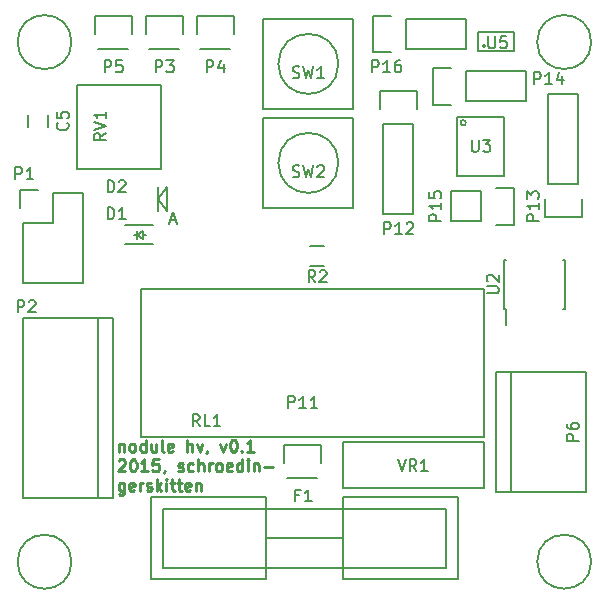
<source format=gto>
%TF.GenerationSoftware,KiCad,Pcbnew,0.201512191116+6384~39~ubuntu14.04.1-stable*%
%TF.CreationDate,2015-12-20T22:07:31+01:00*%
%TF.ProjectId,hv,68762E6B696361645F70636200000000,rev?*%
%TF.FileFunction,Legend,Top*%
%FSLAX46Y46*%
G04 Gerber Fmt 4.6, Leading zero omitted, Abs format (unit mm)*
G04 Created by KiCad (PCBNEW 0.201512191116+6384~39~ubuntu14.04.1-stable) date Son 20 Dez 2015 22:07:31 CET*
%MOMM*%
G01*
G04 APERTURE LIST*
%ADD10C,0.100000*%
%ADD11C,0.250000*%
%ADD12C,0.150000*%
G04 APERTURE END LIST*
D10*
D11*
X164322095Y-102021714D02*
X164322095Y-102688381D01*
X164322095Y-102116952D02*
X164369714Y-102069333D01*
X164464952Y-102021714D01*
X164607810Y-102021714D01*
X164703048Y-102069333D01*
X164750667Y-102164571D01*
X164750667Y-102688381D01*
X165369714Y-102688381D02*
X165274476Y-102640762D01*
X165226857Y-102593143D01*
X165179238Y-102497905D01*
X165179238Y-102212190D01*
X165226857Y-102116952D01*
X165274476Y-102069333D01*
X165369714Y-102021714D01*
X165512572Y-102021714D01*
X165607810Y-102069333D01*
X165655429Y-102116952D01*
X165703048Y-102212190D01*
X165703048Y-102497905D01*
X165655429Y-102593143D01*
X165607810Y-102640762D01*
X165512572Y-102688381D01*
X165369714Y-102688381D01*
X166560191Y-102688381D02*
X166560191Y-101688381D01*
X166560191Y-102640762D02*
X166464953Y-102688381D01*
X166274476Y-102688381D01*
X166179238Y-102640762D01*
X166131619Y-102593143D01*
X166084000Y-102497905D01*
X166084000Y-102212190D01*
X166131619Y-102116952D01*
X166179238Y-102069333D01*
X166274476Y-102021714D01*
X166464953Y-102021714D01*
X166560191Y-102069333D01*
X167464953Y-102021714D02*
X167464953Y-102688381D01*
X167036381Y-102021714D02*
X167036381Y-102545524D01*
X167084000Y-102640762D01*
X167179238Y-102688381D01*
X167322096Y-102688381D01*
X167417334Y-102640762D01*
X167464953Y-102593143D01*
X168084000Y-102688381D02*
X167988762Y-102640762D01*
X167941143Y-102545524D01*
X167941143Y-101688381D01*
X168845906Y-102640762D02*
X168750668Y-102688381D01*
X168560191Y-102688381D01*
X168464953Y-102640762D01*
X168417334Y-102545524D01*
X168417334Y-102164571D01*
X168464953Y-102069333D01*
X168560191Y-102021714D01*
X168750668Y-102021714D01*
X168845906Y-102069333D01*
X168893525Y-102164571D01*
X168893525Y-102259810D01*
X168417334Y-102355048D01*
X170084001Y-102688381D02*
X170084001Y-101688381D01*
X170512573Y-102688381D02*
X170512573Y-102164571D01*
X170464954Y-102069333D01*
X170369716Y-102021714D01*
X170226858Y-102021714D01*
X170131620Y-102069333D01*
X170084001Y-102116952D01*
X170893525Y-102021714D02*
X171131620Y-102688381D01*
X171369716Y-102021714D01*
X171798287Y-102640762D02*
X171798287Y-102688381D01*
X171750668Y-102783619D01*
X171703049Y-102831238D01*
X172893525Y-102021714D02*
X173131620Y-102688381D01*
X173369716Y-102021714D01*
X173941144Y-101688381D02*
X174036383Y-101688381D01*
X174131621Y-101736000D01*
X174179240Y-101783619D01*
X174226859Y-101878857D01*
X174274478Y-102069333D01*
X174274478Y-102307429D01*
X174226859Y-102497905D01*
X174179240Y-102593143D01*
X174131621Y-102640762D01*
X174036383Y-102688381D01*
X173941144Y-102688381D01*
X173845906Y-102640762D01*
X173798287Y-102593143D01*
X173750668Y-102497905D01*
X173703049Y-102307429D01*
X173703049Y-102069333D01*
X173750668Y-101878857D01*
X173798287Y-101783619D01*
X173845906Y-101736000D01*
X173941144Y-101688381D01*
X174703049Y-102593143D02*
X174750668Y-102640762D01*
X174703049Y-102688381D01*
X174655430Y-102640762D01*
X174703049Y-102593143D01*
X174703049Y-102688381D01*
X175703049Y-102688381D02*
X175131620Y-102688381D01*
X175417334Y-102688381D02*
X175417334Y-101688381D01*
X175322096Y-101831238D01*
X175226858Y-101926476D01*
X175131620Y-101974095D01*
X164274476Y-103433619D02*
X164322095Y-103386000D01*
X164417333Y-103338381D01*
X164655429Y-103338381D01*
X164750667Y-103386000D01*
X164798286Y-103433619D01*
X164845905Y-103528857D01*
X164845905Y-103624095D01*
X164798286Y-103766952D01*
X164226857Y-104338381D01*
X164845905Y-104338381D01*
X165464952Y-103338381D02*
X165560191Y-103338381D01*
X165655429Y-103386000D01*
X165703048Y-103433619D01*
X165750667Y-103528857D01*
X165798286Y-103719333D01*
X165798286Y-103957429D01*
X165750667Y-104147905D01*
X165703048Y-104243143D01*
X165655429Y-104290762D01*
X165560191Y-104338381D01*
X165464952Y-104338381D01*
X165369714Y-104290762D01*
X165322095Y-104243143D01*
X165274476Y-104147905D01*
X165226857Y-103957429D01*
X165226857Y-103719333D01*
X165274476Y-103528857D01*
X165322095Y-103433619D01*
X165369714Y-103386000D01*
X165464952Y-103338381D01*
X166750667Y-104338381D02*
X166179238Y-104338381D01*
X166464952Y-104338381D02*
X166464952Y-103338381D01*
X166369714Y-103481238D01*
X166274476Y-103576476D01*
X166179238Y-103624095D01*
X167655429Y-103338381D02*
X167179238Y-103338381D01*
X167131619Y-103814571D01*
X167179238Y-103766952D01*
X167274476Y-103719333D01*
X167512572Y-103719333D01*
X167607810Y-103766952D01*
X167655429Y-103814571D01*
X167703048Y-103909810D01*
X167703048Y-104147905D01*
X167655429Y-104243143D01*
X167607810Y-104290762D01*
X167512572Y-104338381D01*
X167274476Y-104338381D01*
X167179238Y-104290762D01*
X167131619Y-104243143D01*
X168179238Y-104290762D02*
X168179238Y-104338381D01*
X168131619Y-104433619D01*
X168084000Y-104481238D01*
X169322095Y-104290762D02*
X169417333Y-104338381D01*
X169607809Y-104338381D01*
X169703048Y-104290762D01*
X169750667Y-104195524D01*
X169750667Y-104147905D01*
X169703048Y-104052667D01*
X169607809Y-104005048D01*
X169464952Y-104005048D01*
X169369714Y-103957429D01*
X169322095Y-103862190D01*
X169322095Y-103814571D01*
X169369714Y-103719333D01*
X169464952Y-103671714D01*
X169607809Y-103671714D01*
X169703048Y-103719333D01*
X170607810Y-104290762D02*
X170512572Y-104338381D01*
X170322095Y-104338381D01*
X170226857Y-104290762D01*
X170179238Y-104243143D01*
X170131619Y-104147905D01*
X170131619Y-103862190D01*
X170179238Y-103766952D01*
X170226857Y-103719333D01*
X170322095Y-103671714D01*
X170512572Y-103671714D01*
X170607810Y-103719333D01*
X171036381Y-104338381D02*
X171036381Y-103338381D01*
X171464953Y-104338381D02*
X171464953Y-103814571D01*
X171417334Y-103719333D01*
X171322096Y-103671714D01*
X171179238Y-103671714D01*
X171084000Y-103719333D01*
X171036381Y-103766952D01*
X171941143Y-104338381D02*
X171941143Y-103671714D01*
X171941143Y-103862190D02*
X171988762Y-103766952D01*
X172036381Y-103719333D01*
X172131619Y-103671714D01*
X172226858Y-103671714D01*
X172703048Y-104338381D02*
X172607810Y-104290762D01*
X172560191Y-104243143D01*
X172512572Y-104147905D01*
X172512572Y-103862190D01*
X172560191Y-103766952D01*
X172607810Y-103719333D01*
X172703048Y-103671714D01*
X172845906Y-103671714D01*
X172941144Y-103719333D01*
X172988763Y-103766952D01*
X173036382Y-103862190D01*
X173036382Y-104147905D01*
X172988763Y-104243143D01*
X172941144Y-104290762D01*
X172845906Y-104338381D01*
X172703048Y-104338381D01*
X173845906Y-104290762D02*
X173750668Y-104338381D01*
X173560191Y-104338381D01*
X173464953Y-104290762D01*
X173417334Y-104195524D01*
X173417334Y-103814571D01*
X173464953Y-103719333D01*
X173560191Y-103671714D01*
X173750668Y-103671714D01*
X173845906Y-103719333D01*
X173893525Y-103814571D01*
X173893525Y-103909810D01*
X173417334Y-104005048D01*
X174750668Y-104338381D02*
X174750668Y-103338381D01*
X174750668Y-104290762D02*
X174655430Y-104338381D01*
X174464953Y-104338381D01*
X174369715Y-104290762D01*
X174322096Y-104243143D01*
X174274477Y-104147905D01*
X174274477Y-103862190D01*
X174322096Y-103766952D01*
X174369715Y-103719333D01*
X174464953Y-103671714D01*
X174655430Y-103671714D01*
X174750668Y-103719333D01*
X175226858Y-104338381D02*
X175226858Y-103671714D01*
X175226858Y-103338381D02*
X175179239Y-103386000D01*
X175226858Y-103433619D01*
X175274477Y-103386000D01*
X175226858Y-103338381D01*
X175226858Y-103433619D01*
X175703048Y-103671714D02*
X175703048Y-104338381D01*
X175703048Y-103766952D02*
X175750667Y-103719333D01*
X175845905Y-103671714D01*
X175988763Y-103671714D01*
X176084001Y-103719333D01*
X176131620Y-103814571D01*
X176131620Y-104338381D01*
X176607810Y-103957429D02*
X177369715Y-103957429D01*
X164750667Y-105321714D02*
X164750667Y-106131238D01*
X164703048Y-106226476D01*
X164655429Y-106274095D01*
X164560190Y-106321714D01*
X164417333Y-106321714D01*
X164322095Y-106274095D01*
X164750667Y-105940762D02*
X164655429Y-105988381D01*
X164464952Y-105988381D01*
X164369714Y-105940762D01*
X164322095Y-105893143D01*
X164274476Y-105797905D01*
X164274476Y-105512190D01*
X164322095Y-105416952D01*
X164369714Y-105369333D01*
X164464952Y-105321714D01*
X164655429Y-105321714D01*
X164750667Y-105369333D01*
X165607810Y-105940762D02*
X165512572Y-105988381D01*
X165322095Y-105988381D01*
X165226857Y-105940762D01*
X165179238Y-105845524D01*
X165179238Y-105464571D01*
X165226857Y-105369333D01*
X165322095Y-105321714D01*
X165512572Y-105321714D01*
X165607810Y-105369333D01*
X165655429Y-105464571D01*
X165655429Y-105559810D01*
X165179238Y-105655048D01*
X166084000Y-105988381D02*
X166084000Y-105321714D01*
X166084000Y-105512190D02*
X166131619Y-105416952D01*
X166179238Y-105369333D01*
X166274476Y-105321714D01*
X166369715Y-105321714D01*
X166655429Y-105940762D02*
X166750667Y-105988381D01*
X166941143Y-105988381D01*
X167036382Y-105940762D01*
X167084001Y-105845524D01*
X167084001Y-105797905D01*
X167036382Y-105702667D01*
X166941143Y-105655048D01*
X166798286Y-105655048D01*
X166703048Y-105607429D01*
X166655429Y-105512190D01*
X166655429Y-105464571D01*
X166703048Y-105369333D01*
X166798286Y-105321714D01*
X166941143Y-105321714D01*
X167036382Y-105369333D01*
X167512572Y-105988381D02*
X167512572Y-104988381D01*
X167607810Y-105607429D02*
X167893525Y-105988381D01*
X167893525Y-105321714D02*
X167512572Y-105702667D01*
X168322096Y-105988381D02*
X168322096Y-105321714D01*
X168322096Y-104988381D02*
X168274477Y-105036000D01*
X168322096Y-105083619D01*
X168369715Y-105036000D01*
X168322096Y-104988381D01*
X168322096Y-105083619D01*
X168655429Y-105321714D02*
X169036381Y-105321714D01*
X168798286Y-104988381D02*
X168798286Y-105845524D01*
X168845905Y-105940762D01*
X168941143Y-105988381D01*
X169036381Y-105988381D01*
X169226858Y-105321714D02*
X169607810Y-105321714D01*
X169369715Y-104988381D02*
X169369715Y-105845524D01*
X169417334Y-105940762D01*
X169512572Y-105988381D01*
X169607810Y-105988381D01*
X170322097Y-105940762D02*
X170226859Y-105988381D01*
X170036382Y-105988381D01*
X169941144Y-105940762D01*
X169893525Y-105845524D01*
X169893525Y-105464571D01*
X169941144Y-105369333D01*
X170036382Y-105321714D01*
X170226859Y-105321714D01*
X170322097Y-105369333D01*
X170369716Y-105464571D01*
X170369716Y-105559810D01*
X169893525Y-105655048D01*
X170798287Y-105321714D02*
X170798287Y-105988381D01*
X170798287Y-105416952D02*
X170845906Y-105369333D01*
X170941144Y-105321714D01*
X171084002Y-105321714D01*
X171179240Y-105369333D01*
X171226859Y-105464571D01*
X171226859Y-105988381D01*
D12*
X166366000Y-84328000D02*
X166616000Y-84328000D01*
X165866000Y-84328000D02*
X165616000Y-84328000D01*
X165866000Y-84328000D02*
X166366000Y-83978000D01*
X166366000Y-83978000D02*
X166366000Y-84678000D01*
X166366000Y-84678000D02*
X165866000Y-84328000D01*
X165866000Y-83978000D02*
X165866000Y-84678000D01*
X164816000Y-85128000D02*
X167216000Y-85128000D01*
X164816000Y-83528000D02*
X167216000Y-83528000D01*
X176748800Y-110000000D02*
X183251200Y-110000000D01*
X176748800Y-113500120D02*
X176748800Y-106499880D01*
X168001040Y-106499880D02*
X176748800Y-106499880D01*
X168001040Y-113500120D02*
X176748800Y-113500120D01*
X190749280Y-107500640D02*
X191998960Y-107500640D01*
X190500360Y-112499360D02*
X191998960Y-112499360D01*
X178498860Y-107500640D02*
X190749280Y-107500640D01*
X178750320Y-112499360D02*
X190500360Y-112499360D01*
X168001040Y-107500640D02*
X178498860Y-107500640D01*
X168001040Y-112499360D02*
X178750320Y-112499360D01*
X168001040Y-112499360D02*
X168001040Y-107500640D01*
X167000280Y-113500120D02*
X168001040Y-113500120D01*
X167000280Y-113500120D02*
X167000280Y-106499880D01*
X167000280Y-106499880D02*
X168001040Y-106499880D01*
X191998960Y-112499360D02*
X191998960Y-107500640D01*
X183251200Y-113500120D02*
X192999720Y-113500120D01*
X192999720Y-113500120D02*
X192999720Y-106499880D01*
X183251200Y-106499880D02*
X192999720Y-106499880D01*
X183251200Y-113500120D02*
X183251200Y-106499880D01*
X156210000Y-83312000D02*
X156210000Y-88392000D01*
X155930000Y-80492000D02*
X157480000Y-80492000D01*
X158750000Y-80772000D02*
X158750000Y-83312000D01*
X158750000Y-83312000D02*
X156210000Y-83312000D01*
X156210000Y-88392000D02*
X161290000Y-88392000D01*
X161290000Y-88392000D02*
X161290000Y-83312000D01*
X155930000Y-80492000D02*
X155930000Y-82042000D01*
X161290000Y-80772000D02*
X158750000Y-80772000D01*
X161290000Y-83312000D02*
X161290000Y-80772000D01*
X169698000Y-65760000D02*
X169698000Y-67310000D01*
X166598000Y-67310000D02*
X166598000Y-65760000D01*
X166598000Y-65760000D02*
X169698000Y-65760000D01*
X166878000Y-68580000D02*
X169418000Y-68580000D01*
X174016000Y-65760000D02*
X174016000Y-67310000D01*
X170916000Y-67310000D02*
X170916000Y-65760000D01*
X170916000Y-65760000D02*
X174016000Y-65760000D01*
X171196000Y-68580000D02*
X173736000Y-68580000D01*
X165380000Y-65760000D02*
X165380000Y-67310000D01*
X162280000Y-67310000D02*
X162280000Y-65760000D01*
X162280000Y-65760000D02*
X165380000Y-65760000D01*
X162560000Y-68580000D02*
X165100000Y-68580000D01*
X197460000Y-106080000D02*
X197460000Y-95920000D01*
X196190000Y-106080000D02*
X203810000Y-106080000D01*
X203810000Y-106080000D02*
X203810000Y-95920000D01*
X203810000Y-95920000D02*
X196190000Y-95920000D01*
X196190000Y-95920000D02*
X196190000Y-106080000D01*
X195200000Y-88900000D02*
X195200000Y-101400000D01*
X166200000Y-101400000D02*
X195200000Y-101400000D01*
X166200000Y-88900000D02*
X166200000Y-101400000D01*
X166200000Y-88900000D02*
X195200000Y-88900000D01*
X167894000Y-71628000D02*
X167894000Y-71882000D01*
X160782000Y-78486000D02*
X160782000Y-78740000D01*
X167894000Y-71882000D02*
X167894000Y-78740000D01*
X167894000Y-71628000D02*
X160782000Y-71628000D01*
X160782000Y-78486000D02*
X160782000Y-71628000D01*
X160782000Y-78740000D02*
X167894000Y-78740000D01*
X196925000Y-90575000D02*
X197070000Y-90575000D01*
X196925000Y-86425000D02*
X197070000Y-86425000D01*
X202075000Y-86425000D02*
X201930000Y-86425000D01*
X202075000Y-90575000D02*
X201930000Y-90575000D01*
X196925000Y-90575000D02*
X196925000Y-86425000D01*
X202075000Y-90575000D02*
X202075000Y-86425000D01*
X197070000Y-90575000D02*
X197070000Y-91975000D01*
X160286000Y-112000000D02*
G75*
G03X160286000Y-112000000I-2286000J0D01*
G01*
X160286000Y-68000000D02*
G75*
G03X160286000Y-68000000I-2286000J0D01*
G01*
X204286000Y-68000000D02*
G75*
G03X204286000Y-68000000I-2286000J0D01*
G01*
X204286000Y-112000000D02*
G75*
G03X204286000Y-112000000I-2286000J0D01*
G01*
X167640000Y-81280000D02*
X168402000Y-82296000D01*
X167640000Y-81280000D02*
X168402000Y-80264000D01*
X167640000Y-80264000D02*
X167640000Y-82296000D01*
X168402000Y-80264000D02*
X168402000Y-82296000D01*
X163810000Y-106620000D02*
X156190000Y-106620000D01*
X163810000Y-91380000D02*
X156190000Y-91380000D01*
X162540000Y-106620000D02*
X162540000Y-91380000D01*
X156190000Y-106620000D02*
X156190000Y-91380000D01*
X163810000Y-106620000D02*
X163810000Y-91380000D01*
X181702000Y-86981000D02*
X180502000Y-86981000D01*
X180502000Y-85231000D02*
X181702000Y-85231000D01*
X195250000Y-101850000D02*
X183250000Y-101850000D01*
X195250000Y-105750000D02*
X183250000Y-105750000D01*
X183250000Y-105750000D02*
X183250000Y-101850000D01*
X195250000Y-105750000D02*
X195250000Y-101850000D01*
X158330000Y-75176000D02*
X158330000Y-74176000D01*
X156630000Y-74176000D02*
X156630000Y-75176000D01*
X181382000Y-102082000D02*
X181382000Y-103632000D01*
X178282000Y-103632000D02*
X178282000Y-102082000D01*
X178282000Y-102082000D02*
X181382000Y-102082000D01*
X178562000Y-104902000D02*
X181102000Y-104902000D01*
X182880000Y-69850000D02*
G75*
G03X182880000Y-69850000I-2540000J0D01*
G01*
X184150000Y-73660000D02*
X176530000Y-73660000D01*
X176530000Y-73660000D02*
X176530000Y-66040000D01*
X176530000Y-66040000D02*
X184150000Y-66040000D01*
X184150000Y-73660000D02*
X184150000Y-66040000D01*
X182880000Y-78232000D02*
G75*
G03X182880000Y-78232000I-2540000J0D01*
G01*
X184150000Y-82042000D02*
X176530000Y-82042000D01*
X176530000Y-82042000D02*
X176530000Y-74422000D01*
X176530000Y-74422000D02*
X184150000Y-74422000D01*
X184150000Y-82042000D02*
X184150000Y-74422000D01*
X193668607Y-74835000D02*
G75*
G03X193668607Y-74835000I-223607J0D01*
G01*
X196945000Y-74335000D02*
X196945000Y-79335000D01*
X196945000Y-79335000D02*
X192945000Y-79335000D01*
X192945000Y-79335000D02*
X192945000Y-74335000D01*
X192945000Y-74335000D02*
X196945000Y-74335000D01*
X186690000Y-74930000D02*
X186690000Y-82550000D01*
X189230000Y-74930000D02*
X189230000Y-82550000D01*
X189510000Y-72110000D02*
X189510000Y-73660000D01*
X186690000Y-82550000D02*
X189230000Y-82550000D01*
X189230000Y-74930000D02*
X186690000Y-74930000D01*
X186410000Y-73660000D02*
X186410000Y-72110000D01*
X186410000Y-72110000D02*
X189510000Y-72110000D01*
X203200000Y-80010000D02*
X203200000Y-72390000D01*
X200660000Y-80010000D02*
X200660000Y-72390000D01*
X200380000Y-82830000D02*
X200380000Y-81280000D01*
X203200000Y-72390000D02*
X200660000Y-72390000D01*
X200660000Y-80010000D02*
X203200000Y-80010000D01*
X203480000Y-81280000D02*
X203480000Y-82830000D01*
X203480000Y-82830000D02*
X200380000Y-82830000D01*
X193675000Y-73025000D02*
X198755000Y-73025000D01*
X198755000Y-73025000D02*
X198755000Y-70485000D01*
X198755000Y-70485000D02*
X193675000Y-70485000D01*
X190855000Y-70205000D02*
X192405000Y-70205000D01*
X193675000Y-70485000D02*
X193675000Y-73025000D01*
X192405000Y-73305000D02*
X190855000Y-73305000D01*
X190855000Y-73305000D02*
X190855000Y-70205000D01*
X194945000Y-83185000D02*
X192405000Y-83185000D01*
X197765000Y-83465000D02*
X196215000Y-83465000D01*
X194945000Y-83185000D02*
X194945000Y-80645000D01*
X196215000Y-80365000D02*
X197765000Y-80365000D01*
X197765000Y-80365000D02*
X197765000Y-83465000D01*
X194945000Y-80645000D02*
X192405000Y-80645000D01*
X192405000Y-80645000D02*
X192405000Y-83185000D01*
X188595000Y-68580000D02*
X193675000Y-68580000D01*
X193675000Y-68580000D02*
X193675000Y-66040000D01*
X193675000Y-66040000D02*
X188595000Y-66040000D01*
X185775000Y-65760000D02*
X187325000Y-65760000D01*
X188595000Y-66040000D02*
X188595000Y-68580000D01*
X187325000Y-68860000D02*
X185775000Y-68860000D01*
X185775000Y-68860000D02*
X185775000Y-65760000D01*
X195356421Y-68345000D02*
G75*
G03X195356421Y-68345000I-141421J0D01*
G01*
X197715000Y-68745000D02*
X197715000Y-67145000D01*
X197715000Y-67145000D02*
X194715000Y-67145000D01*
X194715000Y-67145000D02*
X194715000Y-68745000D01*
X194715000Y-68745000D02*
X197715000Y-68745000D01*
X163345905Y-83002381D02*
X163345905Y-82002381D01*
X163584000Y-82002381D01*
X163726858Y-82050000D01*
X163822096Y-82145238D01*
X163869715Y-82240476D01*
X163917334Y-82430952D01*
X163917334Y-82573810D01*
X163869715Y-82764286D01*
X163822096Y-82859524D01*
X163726858Y-82954762D01*
X163584000Y-83002381D01*
X163345905Y-83002381D01*
X164869715Y-83002381D02*
X164298286Y-83002381D01*
X164584000Y-83002381D02*
X164584000Y-82002381D01*
X164488762Y-82145238D01*
X164393524Y-82240476D01*
X164298286Y-82288095D01*
X179568667Y-106371571D02*
X179235333Y-106371571D01*
X179235333Y-106895381D02*
X179235333Y-105895381D01*
X179711524Y-105895381D01*
X180616286Y-106895381D02*
X180044857Y-106895381D01*
X180330571Y-106895381D02*
X180330571Y-105895381D01*
X180235333Y-106038238D01*
X180140095Y-106133476D01*
X180044857Y-106181095D01*
X155529905Y-79617381D02*
X155529905Y-78617381D01*
X155910858Y-78617381D01*
X156006096Y-78665000D01*
X156053715Y-78712619D01*
X156101334Y-78807857D01*
X156101334Y-78950714D01*
X156053715Y-79045952D01*
X156006096Y-79093571D01*
X155910858Y-79141190D01*
X155529905Y-79141190D01*
X157053715Y-79617381D02*
X156482286Y-79617381D01*
X156768000Y-79617381D02*
X156768000Y-78617381D01*
X156672762Y-78760238D01*
X156577524Y-78855476D01*
X156482286Y-78903095D01*
X167409905Y-70556381D02*
X167409905Y-69556381D01*
X167790858Y-69556381D01*
X167886096Y-69604000D01*
X167933715Y-69651619D01*
X167981334Y-69746857D01*
X167981334Y-69889714D01*
X167933715Y-69984952D01*
X167886096Y-70032571D01*
X167790858Y-70080190D01*
X167409905Y-70080190D01*
X168314667Y-69556381D02*
X168933715Y-69556381D01*
X168600381Y-69937333D01*
X168743239Y-69937333D01*
X168838477Y-69984952D01*
X168886096Y-70032571D01*
X168933715Y-70127810D01*
X168933715Y-70365905D01*
X168886096Y-70461143D01*
X168838477Y-70508762D01*
X168743239Y-70556381D01*
X168457524Y-70556381D01*
X168362286Y-70508762D01*
X168314667Y-70461143D01*
X171727905Y-70556381D02*
X171727905Y-69556381D01*
X172108858Y-69556381D01*
X172204096Y-69604000D01*
X172251715Y-69651619D01*
X172299334Y-69746857D01*
X172299334Y-69889714D01*
X172251715Y-69984952D01*
X172204096Y-70032571D01*
X172108858Y-70080190D01*
X171727905Y-70080190D01*
X173156477Y-69889714D02*
X173156477Y-70556381D01*
X172918381Y-69508762D02*
X172680286Y-70223048D01*
X173299334Y-70223048D01*
X163091905Y-70556381D02*
X163091905Y-69556381D01*
X163472858Y-69556381D01*
X163568096Y-69604000D01*
X163615715Y-69651619D01*
X163663334Y-69746857D01*
X163663334Y-69889714D01*
X163615715Y-69984952D01*
X163568096Y-70032571D01*
X163472858Y-70080190D01*
X163091905Y-70080190D01*
X164568096Y-69556381D02*
X164091905Y-69556381D01*
X164044286Y-70032571D01*
X164091905Y-69984952D01*
X164187143Y-69937333D01*
X164425239Y-69937333D01*
X164520477Y-69984952D01*
X164568096Y-70032571D01*
X164615715Y-70127810D01*
X164615715Y-70365905D01*
X164568096Y-70461143D01*
X164520477Y-70508762D01*
X164425239Y-70556381D01*
X164187143Y-70556381D01*
X164091905Y-70508762D01*
X164044286Y-70461143D01*
X203214381Y-101752095D02*
X202214381Y-101752095D01*
X202214381Y-101371142D01*
X202262000Y-101275904D01*
X202309619Y-101228285D01*
X202404857Y-101180666D01*
X202547714Y-101180666D01*
X202642952Y-101228285D01*
X202690571Y-101275904D01*
X202738190Y-101371142D01*
X202738190Y-101752095D01*
X202214381Y-100323523D02*
X202214381Y-100514000D01*
X202262000Y-100609238D01*
X202309619Y-100656857D01*
X202452476Y-100752095D01*
X202642952Y-100799714D01*
X203023905Y-100799714D01*
X203119143Y-100752095D01*
X203166762Y-100704476D01*
X203214381Y-100609238D01*
X203214381Y-100418761D01*
X203166762Y-100323523D01*
X203119143Y-100275904D01*
X203023905Y-100228285D01*
X202785810Y-100228285D01*
X202690571Y-100275904D01*
X202642952Y-100323523D01*
X202595333Y-100418761D01*
X202595333Y-100609238D01*
X202642952Y-100704476D01*
X202690571Y-100752095D01*
X202785810Y-100799714D01*
X171132572Y-100528381D02*
X170799238Y-100052190D01*
X170561143Y-100528381D02*
X170561143Y-99528381D01*
X170942096Y-99528381D01*
X171037334Y-99576000D01*
X171084953Y-99623619D01*
X171132572Y-99718857D01*
X171132572Y-99861714D01*
X171084953Y-99956952D01*
X171037334Y-100004571D01*
X170942096Y-100052190D01*
X170561143Y-100052190D01*
X172037334Y-100528381D02*
X171561143Y-100528381D01*
X171561143Y-99528381D01*
X172894477Y-100528381D02*
X172323048Y-100528381D01*
X172608762Y-100528381D02*
X172608762Y-99528381D01*
X172513524Y-99671238D01*
X172418286Y-99766476D01*
X172323048Y-99814095D01*
X163198381Y-75704238D02*
X162722190Y-76037572D01*
X163198381Y-76275667D02*
X162198381Y-76275667D01*
X162198381Y-75894714D01*
X162246000Y-75799476D01*
X162293619Y-75751857D01*
X162388857Y-75704238D01*
X162531714Y-75704238D01*
X162626952Y-75751857D01*
X162674571Y-75799476D01*
X162722190Y-75894714D01*
X162722190Y-76275667D01*
X162198381Y-75418524D02*
X163198381Y-75085191D01*
X162198381Y-74751857D01*
X163198381Y-73894714D02*
X163198381Y-74466143D01*
X163198381Y-74180429D02*
X162198381Y-74180429D01*
X162341238Y-74275667D01*
X162436476Y-74370905D01*
X162484095Y-74466143D01*
X195452381Y-89261905D02*
X196261905Y-89261905D01*
X196357143Y-89214286D01*
X196404762Y-89166667D01*
X196452381Y-89071429D01*
X196452381Y-88880952D01*
X196404762Y-88785714D01*
X196357143Y-88738095D01*
X196261905Y-88690476D01*
X195452381Y-88690476D01*
X195547619Y-88261905D02*
X195500000Y-88214286D01*
X195452381Y-88119048D01*
X195452381Y-87880952D01*
X195500000Y-87785714D01*
X195547619Y-87738095D01*
X195642857Y-87690476D01*
X195738095Y-87690476D01*
X195880952Y-87738095D01*
X196452381Y-88309524D01*
X196452381Y-87690476D01*
X163345905Y-80716381D02*
X163345905Y-79716381D01*
X163584000Y-79716381D01*
X163726858Y-79764000D01*
X163822096Y-79859238D01*
X163869715Y-79954476D01*
X163917334Y-80144952D01*
X163917334Y-80287810D01*
X163869715Y-80478286D01*
X163822096Y-80573524D01*
X163726858Y-80668762D01*
X163584000Y-80716381D01*
X163345905Y-80716381D01*
X164298286Y-79811619D02*
X164345905Y-79764000D01*
X164441143Y-79716381D01*
X164679239Y-79716381D01*
X164774477Y-79764000D01*
X164822096Y-79811619D01*
X164869715Y-79906857D01*
X164869715Y-80002095D01*
X164822096Y-80144952D01*
X164250667Y-80716381D01*
X164869715Y-80716381D01*
X168671905Y-83097667D02*
X169148096Y-83097667D01*
X168576667Y-83383381D02*
X168910000Y-82383381D01*
X169243334Y-83383381D01*
X155725905Y-90876381D02*
X155725905Y-89876381D01*
X156106858Y-89876381D01*
X156202096Y-89924000D01*
X156249715Y-89971619D01*
X156297334Y-90066857D01*
X156297334Y-90209714D01*
X156249715Y-90304952D01*
X156202096Y-90352571D01*
X156106858Y-90400190D01*
X155725905Y-90400190D01*
X156678286Y-89971619D02*
X156725905Y-89924000D01*
X156821143Y-89876381D01*
X157059239Y-89876381D01*
X157154477Y-89924000D01*
X157202096Y-89971619D01*
X157249715Y-90066857D01*
X157249715Y-90162095D01*
X157202096Y-90304952D01*
X156630667Y-90876381D01*
X157249715Y-90876381D01*
X180935334Y-88336381D02*
X180602000Y-87860190D01*
X180363905Y-88336381D02*
X180363905Y-87336381D01*
X180744858Y-87336381D01*
X180840096Y-87384000D01*
X180887715Y-87431619D01*
X180935334Y-87526857D01*
X180935334Y-87669714D01*
X180887715Y-87764952D01*
X180840096Y-87812571D01*
X180744858Y-87860190D01*
X180363905Y-87860190D01*
X181316286Y-87431619D02*
X181363905Y-87384000D01*
X181459143Y-87336381D01*
X181697239Y-87336381D01*
X181792477Y-87384000D01*
X181840096Y-87431619D01*
X181887715Y-87526857D01*
X181887715Y-87622095D01*
X181840096Y-87764952D01*
X181268667Y-88336381D01*
X181887715Y-88336381D01*
X187920476Y-103338381D02*
X188253809Y-104338381D01*
X188587143Y-103338381D01*
X189491905Y-104338381D02*
X189158571Y-103862190D01*
X188920476Y-104338381D02*
X188920476Y-103338381D01*
X189301429Y-103338381D01*
X189396667Y-103386000D01*
X189444286Y-103433619D01*
X189491905Y-103528857D01*
X189491905Y-103671714D01*
X189444286Y-103766952D01*
X189396667Y-103814571D01*
X189301429Y-103862190D01*
X188920476Y-103862190D01*
X190444286Y-104338381D02*
X189872857Y-104338381D01*
X190158571Y-104338381D02*
X190158571Y-103338381D01*
X190063333Y-103481238D01*
X189968095Y-103576476D01*
X189872857Y-103624095D01*
X159937143Y-74842666D02*
X159984762Y-74890285D01*
X160032381Y-75033142D01*
X160032381Y-75128380D01*
X159984762Y-75271238D01*
X159889524Y-75366476D01*
X159794286Y-75414095D01*
X159603810Y-75461714D01*
X159460952Y-75461714D01*
X159270476Y-75414095D01*
X159175238Y-75366476D01*
X159080000Y-75271238D01*
X159032381Y-75128380D01*
X159032381Y-75033142D01*
X159080000Y-74890285D01*
X159127619Y-74842666D01*
X159032381Y-73937904D02*
X159032381Y-74414095D01*
X159508571Y-74461714D01*
X159460952Y-74414095D01*
X159413333Y-74318857D01*
X159413333Y-74080761D01*
X159460952Y-73985523D01*
X159508571Y-73937904D01*
X159603810Y-73890285D01*
X159841905Y-73890285D01*
X159937143Y-73937904D01*
X159984762Y-73985523D01*
X160032381Y-74080761D01*
X160032381Y-74318857D01*
X159984762Y-74414095D01*
X159937143Y-74461714D01*
X178617714Y-98984381D02*
X178617714Y-97984381D01*
X178998667Y-97984381D01*
X179093905Y-98032000D01*
X179141524Y-98079619D01*
X179189143Y-98174857D01*
X179189143Y-98317714D01*
X179141524Y-98412952D01*
X179093905Y-98460571D01*
X178998667Y-98508190D01*
X178617714Y-98508190D01*
X180141524Y-98984381D02*
X179570095Y-98984381D01*
X179855809Y-98984381D02*
X179855809Y-97984381D01*
X179760571Y-98127238D01*
X179665333Y-98222476D01*
X179570095Y-98270095D01*
X181093905Y-98984381D02*
X180522476Y-98984381D01*
X180808190Y-98984381D02*
X180808190Y-97984381D01*
X180712952Y-98127238D01*
X180617714Y-98222476D01*
X180522476Y-98270095D01*
X179006667Y-71016762D02*
X179149524Y-71064381D01*
X179387620Y-71064381D01*
X179482858Y-71016762D01*
X179530477Y-70969143D01*
X179578096Y-70873905D01*
X179578096Y-70778667D01*
X179530477Y-70683429D01*
X179482858Y-70635810D01*
X179387620Y-70588190D01*
X179197143Y-70540571D01*
X179101905Y-70492952D01*
X179054286Y-70445333D01*
X179006667Y-70350095D01*
X179006667Y-70254857D01*
X179054286Y-70159619D01*
X179101905Y-70112000D01*
X179197143Y-70064381D01*
X179435239Y-70064381D01*
X179578096Y-70112000D01*
X179911429Y-70064381D02*
X180149524Y-71064381D01*
X180340001Y-70350095D01*
X180530477Y-71064381D01*
X180768572Y-70064381D01*
X181673334Y-71064381D02*
X181101905Y-71064381D01*
X181387619Y-71064381D02*
X181387619Y-70064381D01*
X181292381Y-70207238D01*
X181197143Y-70302476D01*
X181101905Y-70350095D01*
X179006667Y-79398762D02*
X179149524Y-79446381D01*
X179387620Y-79446381D01*
X179482858Y-79398762D01*
X179530477Y-79351143D01*
X179578096Y-79255905D01*
X179578096Y-79160667D01*
X179530477Y-79065429D01*
X179482858Y-79017810D01*
X179387620Y-78970190D01*
X179197143Y-78922571D01*
X179101905Y-78874952D01*
X179054286Y-78827333D01*
X179006667Y-78732095D01*
X179006667Y-78636857D01*
X179054286Y-78541619D01*
X179101905Y-78494000D01*
X179197143Y-78446381D01*
X179435239Y-78446381D01*
X179578096Y-78494000D01*
X179911429Y-78446381D02*
X180149524Y-79446381D01*
X180340001Y-78732095D01*
X180530477Y-79446381D01*
X180768572Y-78446381D01*
X181101905Y-78541619D02*
X181149524Y-78494000D01*
X181244762Y-78446381D01*
X181482858Y-78446381D01*
X181578096Y-78494000D01*
X181625715Y-78541619D01*
X181673334Y-78636857D01*
X181673334Y-78732095D01*
X181625715Y-78874952D01*
X181054286Y-79446381D01*
X181673334Y-79446381D01*
X194183095Y-76287381D02*
X194183095Y-77096905D01*
X194230714Y-77192143D01*
X194278333Y-77239762D01*
X194373571Y-77287381D01*
X194564048Y-77287381D01*
X194659286Y-77239762D01*
X194706905Y-77192143D01*
X194754524Y-77096905D01*
X194754524Y-76287381D01*
X195135476Y-76287381D02*
X195754524Y-76287381D01*
X195421190Y-76668333D01*
X195564048Y-76668333D01*
X195659286Y-76715952D01*
X195706905Y-76763571D01*
X195754524Y-76858810D01*
X195754524Y-77096905D01*
X195706905Y-77192143D01*
X195659286Y-77239762D01*
X195564048Y-77287381D01*
X195278333Y-77287381D01*
X195183095Y-77239762D01*
X195135476Y-77192143D01*
X186745714Y-84272381D02*
X186745714Y-83272381D01*
X187126667Y-83272381D01*
X187221905Y-83320000D01*
X187269524Y-83367619D01*
X187317143Y-83462857D01*
X187317143Y-83605714D01*
X187269524Y-83700952D01*
X187221905Y-83748571D01*
X187126667Y-83796190D01*
X186745714Y-83796190D01*
X188269524Y-84272381D02*
X187698095Y-84272381D01*
X187983809Y-84272381D02*
X187983809Y-83272381D01*
X187888571Y-83415238D01*
X187793333Y-83510476D01*
X187698095Y-83558095D01*
X188650476Y-83367619D02*
X188698095Y-83320000D01*
X188793333Y-83272381D01*
X189031429Y-83272381D01*
X189126667Y-83320000D01*
X189174286Y-83367619D01*
X189221905Y-83462857D01*
X189221905Y-83558095D01*
X189174286Y-83700952D01*
X188602857Y-84272381D01*
X189221905Y-84272381D01*
X199842381Y-83129286D02*
X198842381Y-83129286D01*
X198842381Y-82748333D01*
X198890000Y-82653095D01*
X198937619Y-82605476D01*
X199032857Y-82557857D01*
X199175714Y-82557857D01*
X199270952Y-82605476D01*
X199318571Y-82653095D01*
X199366190Y-82748333D01*
X199366190Y-83129286D01*
X199842381Y-81605476D02*
X199842381Y-82176905D01*
X199842381Y-81891191D02*
X198842381Y-81891191D01*
X198985238Y-81986429D01*
X199080476Y-82081667D01*
X199128095Y-82176905D01*
X198842381Y-81272143D02*
X198842381Y-80653095D01*
X199223333Y-80986429D01*
X199223333Y-80843571D01*
X199270952Y-80748333D01*
X199318571Y-80700714D01*
X199413810Y-80653095D01*
X199651905Y-80653095D01*
X199747143Y-80700714D01*
X199794762Y-80748333D01*
X199842381Y-80843571D01*
X199842381Y-81129286D01*
X199794762Y-81224524D01*
X199747143Y-81272143D01*
X199445714Y-71572381D02*
X199445714Y-70572381D01*
X199826667Y-70572381D01*
X199921905Y-70620000D01*
X199969524Y-70667619D01*
X200017143Y-70762857D01*
X200017143Y-70905714D01*
X199969524Y-71000952D01*
X199921905Y-71048571D01*
X199826667Y-71096190D01*
X199445714Y-71096190D01*
X200969524Y-71572381D02*
X200398095Y-71572381D01*
X200683809Y-71572381D02*
X200683809Y-70572381D01*
X200588571Y-70715238D01*
X200493333Y-70810476D01*
X200398095Y-70858095D01*
X201826667Y-70905714D02*
X201826667Y-71572381D01*
X201588571Y-70524762D02*
X201350476Y-71239048D01*
X201969524Y-71239048D01*
X191587381Y-83129286D02*
X190587381Y-83129286D01*
X190587381Y-82748333D01*
X190635000Y-82653095D01*
X190682619Y-82605476D01*
X190777857Y-82557857D01*
X190920714Y-82557857D01*
X191015952Y-82605476D01*
X191063571Y-82653095D01*
X191111190Y-82748333D01*
X191111190Y-83129286D01*
X191587381Y-81605476D02*
X191587381Y-82176905D01*
X191587381Y-81891191D02*
X190587381Y-81891191D01*
X190730238Y-81986429D01*
X190825476Y-82081667D01*
X190873095Y-82176905D01*
X190587381Y-80700714D02*
X190587381Y-81176905D01*
X191063571Y-81224524D01*
X191015952Y-81176905D01*
X190968333Y-81081667D01*
X190968333Y-80843571D01*
X191015952Y-80748333D01*
X191063571Y-80700714D01*
X191158810Y-80653095D01*
X191396905Y-80653095D01*
X191492143Y-80700714D01*
X191539762Y-80748333D01*
X191587381Y-80843571D01*
X191587381Y-81081667D01*
X191539762Y-81176905D01*
X191492143Y-81224524D01*
X185729714Y-70556381D02*
X185729714Y-69556381D01*
X186110667Y-69556381D01*
X186205905Y-69604000D01*
X186253524Y-69651619D01*
X186301143Y-69746857D01*
X186301143Y-69889714D01*
X186253524Y-69984952D01*
X186205905Y-70032571D01*
X186110667Y-70080190D01*
X185729714Y-70080190D01*
X187253524Y-70556381D02*
X186682095Y-70556381D01*
X186967809Y-70556381D02*
X186967809Y-69556381D01*
X186872571Y-69699238D01*
X186777333Y-69794476D01*
X186682095Y-69842095D01*
X188110667Y-69556381D02*
X187920190Y-69556381D01*
X187824952Y-69604000D01*
X187777333Y-69651619D01*
X187682095Y-69794476D01*
X187634476Y-69984952D01*
X187634476Y-70365905D01*
X187682095Y-70461143D01*
X187729714Y-70508762D01*
X187824952Y-70556381D01*
X188015429Y-70556381D01*
X188110667Y-70508762D01*
X188158286Y-70461143D01*
X188205905Y-70365905D01*
X188205905Y-70127810D01*
X188158286Y-70032571D01*
X188110667Y-69984952D01*
X188015429Y-69937333D01*
X187824952Y-69937333D01*
X187729714Y-69984952D01*
X187682095Y-70032571D01*
X187634476Y-70127810D01*
X195580095Y-67524381D02*
X195580095Y-68333905D01*
X195627714Y-68429143D01*
X195675333Y-68476762D01*
X195770571Y-68524381D01*
X195961048Y-68524381D01*
X196056286Y-68476762D01*
X196103905Y-68429143D01*
X196151524Y-68333905D01*
X196151524Y-67524381D01*
X197103905Y-67524381D02*
X196627714Y-67524381D01*
X196580095Y-68000571D01*
X196627714Y-67952952D01*
X196722952Y-67905333D01*
X196961048Y-67905333D01*
X197056286Y-67952952D01*
X197103905Y-68000571D01*
X197151524Y-68095810D01*
X197151524Y-68333905D01*
X197103905Y-68429143D01*
X197056286Y-68476762D01*
X196961048Y-68524381D01*
X196722952Y-68524381D01*
X196627714Y-68476762D01*
X196580095Y-68429143D01*
M02*

</source>
